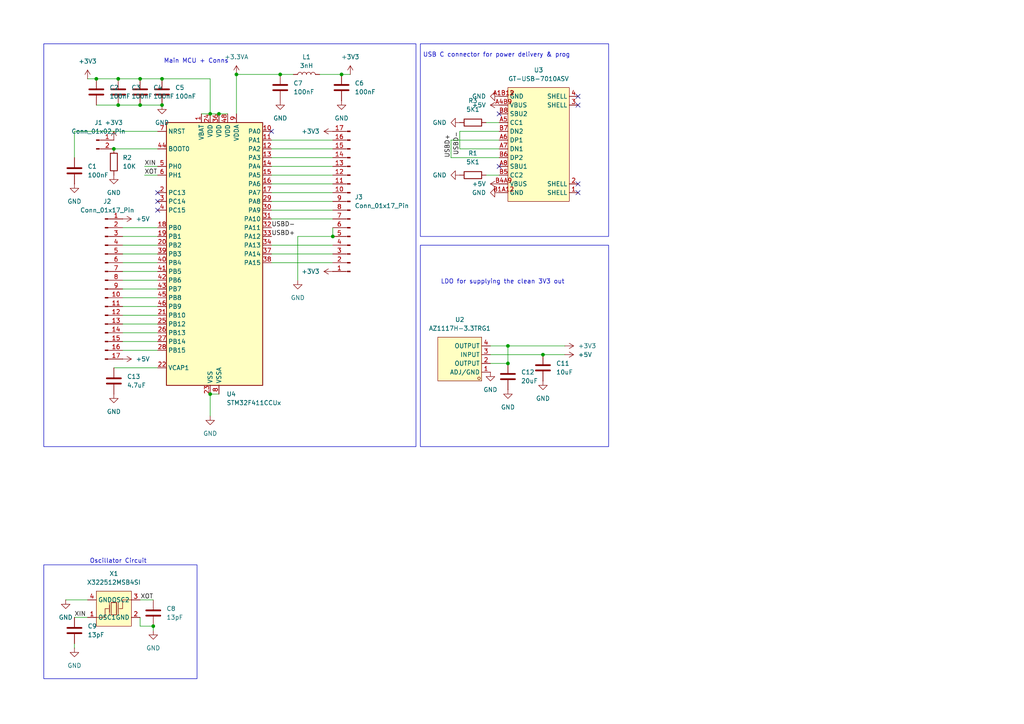
<source format=kicad_sch>
(kicad_sch (version 20231120) (generator "eeschema") (generator_version "8.0")
  (paper "A4")
  (lib_symbols
    (symbol "Connector:Conn_01x02_Pin" (pin_names (offset 1.016) hide)
      (property "Reference" "J" (at 0 2.54 0))
      (property "Value" "Conn_01x02_Pin" (at 0 -5.08 0))
      (symbol "Conn_01x02_Pin_1_1"
        (polyline (pts (xy 1.27 -2.54) (xy 0.8636 -2.54)) (stroke (width 0.1524)))
        (polyline (pts (xy 1.27 0) (xy 0.8636 0)) (stroke (width 0.1524)))
        (rectangle (start 0.8636 -2.413) (end 0 -2.667) (stroke (width 0.1524)) (fill (type outline)))
        (rectangle (start 0.8636 0.127) (end 0 -0.127) (stroke (width 0.1524)) (fill (type outline)))
        (pin passive line (at 5.08 0 180) (length 3.81) (name "Pin_1") (number "1"))
        (pin passive line (at 5.08 -2.54 180) (length 3.81) (name "Pin_2") (number "2"))
      )
    )
    (symbol "Connector:Conn_01x17_Pin" (pin_names (offset 1.016) hide)
      (property "Reference" "J" (at 0 22.86 0))
      (property "Value" "Conn_01x17_Pin" (at 0 -22.86 0))
      (symbol "Conn_01x17_Pin_1_1"
        (polyline (pts (xy 1.27 -20.32) (xy 0.8636 -20.32)) (stroke (width 0.1524)))
        (polyline (pts (xy 1.27 -17.78) (xy 0.8636 -17.78)) (stroke (width 0.1524)))
        (polyline (pts (xy 1.27 -15.24) (xy 0.8636 -15.24)) (stroke (width 0.1524)))
        (polyline (pts (xy 1.27 -12.7) (xy 0.8636 -12.7)) (stroke (width 0.1524)))
        (polyline (pts (xy 1.27 -10.16) (xy 0.8636 -10.16)) (stroke (width 0.1524)))
        (polyline (pts (xy 1.27 -7.62) (xy 0.8636 -7.62)) (stroke (width 0.1524)))
        (polyline (pts (xy 1.27 -5.08) (xy 0.8636 -5.08)) (stroke (width 0.1524)))
        (polyline (pts (xy 1.27 -2.54) (xy 0.8636 -2.54)) (stroke (width 0.1524)))
        (polyline (pts (xy 1.27 0) (xy 0.8636 0)) (stroke (width 0.1524)))
        (polyline (pts (xy 1.27 2.54) (xy 0.8636 2.54)) (stroke (width 0.1524)))
        (polyline (pts (xy 1.27 5.08) (xy 0.8636 5.08)) (stroke (width 0.1524)))
        (polyline (pts (xy 1.27 7.62) (xy 0.8636 7.62)) (stroke (width 0.1524)))
        (polyline (pts (xy 1.27 10.16) (xy 0.8636 10.16)) (stroke (width 0.1524)))
        (polyline (pts (xy 1.27 12.7) (xy 0.8636 12.7)) (stroke (width 0.1524)))
        (polyline (pts (xy 1.27 15.24) (xy 0.8636 15.24)) (stroke (width 0.1524)))
        (polyline (pts (xy 1.27 17.78) (xy 0.8636 17.78)) (stroke (width 0.1524)))
        (polyline (pts (xy 1.27 20.32) (xy 0.8636 20.32)) (stroke (width 0.1524)))
        (rectangle (start 0.8636 -20.193) (end 0 -20.447) (stroke (width 0.1524)) (fill (type outline)))
        (rectangle (start 0.8636 -17.653) (end 0 -17.907) (stroke (width 0.1524)) (fill (type outline)))
        (rectangle (start 0.8636 -15.113) (end 0 -15.367) (stroke (width 0.1524)) (fill (type outline)))
        (rectangle (start 0.8636 -12.573) (end 0 -12.827) (stroke (width 0.1524)) (fill (type outline)))
        (rectangle (start 0.8636 -10.033) (end 0 -10.287) (stroke (width 0.1524)) (fill (type outline)))
        (rectangle (start 0.8636 -7.493) (end 0 -7.747) (stroke (width 0.1524)) (fill (type outline)))
        (rectangle (start 0.8636 -4.953) (end 0 -5.207) (stroke (width 0.1524)) (fill (type outline)))
        (rectangle (start 0.8636 -2.413) (end 0 -2.667) (stroke (width 0.1524)) (fill (type outline)))
        (rectangle (start 0.8636 0.127) (end 0 -0.127) (stroke (width 0.1524)) (fill (type outline)))
        (rectangle (start 0.8636 2.667) (end 0 2.413) (stroke (width 0.1524)) (fill (type outline)))
        (rectangle (start 0.8636 5.207) (end 0 4.953) (stroke (width 0.1524)) (fill (type outline)))
        (rectangle (start 0.8636 7.747) (end 0 7.493) (stroke (width 0.1524)) (fill (type outline)))
        (rectangle (start 0.8636 10.287) (end 0 10.033) (stroke (width 0.1524)) (fill (type outline)))
        (rectangle (start 0.8636 12.827) (end 0 12.573) (stroke (width 0.1524)) (fill (type outline)))
        (rectangle (start 0.8636 15.367) (end 0 15.113) (stroke (width 0.1524)) (fill (type outline)))
        (rectangle (start 0.8636 17.907) (end 0 17.653) (stroke (width 0.1524)) (fill (type outline)))
        (rectangle (start 0.8636 20.447) (end 0 20.193) (stroke (width 0.1524)) (fill (type outline)))
        (pin passive line (at 5.08 20.32 180) (length 3.81) (name "Pin_1") (number "1"))
        (pin passive line (at 5.08 -2.54 180) (length 3.81) (name "Pin_10") (number "10"))
        (pin passive line (at 5.08 -5.08 180) (length 3.81) (name "Pin_11") (number "11"))
        (pin passive line (at 5.08 -7.62 180) (length 3.81) (name "Pin_12") (number "12"))
        (pin passive line (at 5.08 -10.16 180) (length 3.81) (name "Pin_13") (number "13"))
        (pin passive line (at 5.08 -12.7 180) (length 3.81) (name "Pin_14") (number "14"))
        (pin passive line (at 5.08 -15.24 180) (length 3.81) (name "Pin_15") (number "15"))
        (pin passive line (at 5.08 -17.78 180) (length 3.81) (name "Pin_16") (number "16"))
        (pin passive line (at 5.08 -20.32 180) (length 3.81) (name "Pin_17") (number "17"))
        (pin passive line (at 5.08 17.78 180) (length 3.81) (name "Pin_2") (number "2"))
        (pin passive line (at 5.08 15.24 180) (length 3.81) (name "Pin_3") (number "3"))
        (pin passive line (at 5.08 12.7 180) (length 3.81) (name "Pin_4") (number "4"))
        (pin passive line (at 5.08 10.16 180) (length 3.81) (name "Pin_5") (number "5"))
        (pin passive line (at 5.08 7.62 180) (length 3.81) (name "Pin_6") (number "6"))
        (pin passive line (at 5.08 5.08 180) (length 3.81) (name "Pin_7") (number "7"))
        (pin passive line (at 5.08 2.54 180) (length 3.81) (name "Pin_8") (number "8"))
        (pin passive line (at 5.08 0 180) (length 3.81) (name "Pin_9") (number "9"))
      )
    )
    (symbol "Device:C" (pin_numbers hide) (pin_names (offset 0.254))
      (property "Reference" "C" (at 0.635 2.54 0))
      (property "Value" "C" (at 0.635 -2.54 0))
      (symbol "C_0_1"
        (polyline (pts (xy -2.032 -0.762) (xy 2.032 -0.762)) (stroke (width 0.508)))
        (polyline (pts (xy -2.032 0.762) (xy 2.032 0.762)) (stroke (width 0.508)))
      )
      (symbol "C_1_1"
        (pin passive line (at 0 3.81 270) (length 2.794) (name "~") (number "1"))
        (pin passive line (at 0 -3.81 90) (length 2.794) (name "~") (number "2"))
      )
    )
    (symbol "Device:L" (pin_numbers hide) (pin_names (offset 1.016) hide)
      (property "Reference" "L" (at -1.27 0 90))
      (property "Value" "L" (at 1.905 0 90))
      (symbol "L_0_1"
        (arc (start 0 -2.54) (mid 0.6323 -1.905) (end 0 -1.27))
        (arc (start 0 -1.27) (mid 0.6323 -0.635) (end 0 0))
        (arc (start 0 0) (mid 0.6323 0.635) (end 0 1.27))
        (arc (start 0 1.27) (mid 0.6323 1.905) (end 0 2.54))
      )
      (symbol "L_1_1"
        (pin passive line (at 0 3.81 270) (length 1.27) (name "1") (number "1"))
        (pin passive line (at 0 -3.81 90) (length 1.27) (name "2") (number "2"))
      )
    )
    (symbol "Device:R" (pin_numbers hide) (pin_names (offset 0))
      (property "Reference" "R" (at 2.032 0 90))
      (property "Value" "R" (at 0 0 90))
      (symbol "R_0_1"
        (rectangle (start -1.016 -2.54) (end 1.016 2.54) (stroke (width 0.254)))
      )
      (symbol "R_1_1"
        (pin passive line (at 0 3.81 270) (length 1.27) (name "~") (number "1"))
        (pin passive line (at 0 -3.81 90) (length 1.27) (name "~") (number "2"))
      )
    )
    (symbol "MCU_ST_STM32F4:STM32F411CCUx"
      (property "Reference" "U" (at -12.7 39.37 0))
      (property "Value" "STM32F411CCUx" (at 10.16 39.37 0))
      (symbol "STM32F411CCUx_0_1"
        (rectangle (start -12.7 -38.1) (end 15.24 38.1) (stroke (width 0.254)) (fill (type background)))
      )
      (symbol "STM32F411CCUx_1_1"
        (pin power_in line (at -2.54 40.64 270) (length 2.54) (name "VBAT") (number "1"))
        (pin bidirectional line (at 17.78 35.56 180) (length 2.54) (name "PA0") (number "10"))
        (pin bidirectional line (at 17.78 33.02 180) (length 2.54) (name "PA1") (number "11"))
        (pin bidirectional line (at 17.78 30.48 180) (length 2.54) (name "PA2") (number "12"))
        (pin bidirectional line (at 17.78 27.94 180) (length 2.54) (name "PA3") (number "13"))
        (pin bidirectional line (at 17.78 25.4 180) (length 2.54) (name "PA4") (number "14"))
        (pin bidirectional line (at 17.78 22.86 180) (length 2.54) (name "PA5") (number "15"))
        (pin bidirectional line (at 17.78 20.32 180) (length 2.54) (name "PA6") (number "16"))
        (pin bidirectional line (at 17.78 17.78 180) (length 2.54) (name "PA7") (number "17"))
        (pin bidirectional line (at -15.24 7.62 0) (length 2.54) (name "PB0") (number "18"))
        (pin bidirectional line (at -15.24 5.08 0) (length 2.54) (name "PB1") (number "19"))
        (pin bidirectional line (at -15.24 17.78 0) (length 2.54) (name "PC13") (number "2"))
        (pin bidirectional line (at -15.24 2.54 0) (length 2.54) (name "PB2") (number "20"))
        (pin bidirectional line (at -15.24 -17.78 0) (length 2.54) (name "PB10") (number "21"))
        (pin power_out line (at -15.24 -33.02 0) (length 2.54) (name "VCAP1") (number "22"))
        (pin power_in line (at 0 -40.64 90) (length 2.54) (name "VSS") (number "23"))
        (pin power_in line (at 0 40.64 270) (length 2.54) (name "VDD") (number "24"))
        (pin bidirectional line (at -15.24 -20.32 0) (length 2.54) (name "PB12") (number "25"))
        (pin bidirectional line (at -15.24 -22.86 0) (length 2.54) (name "PB13") (number "26"))
        (pin bidirectional line (at -15.24 -25.4 0) (length 2.54) (name "PB14") (number "27"))
        (pin bidirectional line (at -15.24 -27.94 0) (length 2.54) (name "PB15") (number "28"))
        (pin bidirectional line (at 17.78 15.24 180) (length 2.54) (name "PA8") (number "29"))
        (pin bidirectional line (at -15.24 15.24 0) (length 2.54) (name "PC14") (number "3"))
        (pin bidirectional line (at 17.78 12.7 180) (length 2.54) (name "PA9") (number "30"))
        (pin bidirectional line (at 17.78 10.16 180) (length 2.54) (name "PA10") (number "31"))
        (pin bidirectional line (at 17.78 7.62 180) (length 2.54) (name "PA11") (number "32"))
        (pin bidirectional line (at 17.78 5.08 180) (length 2.54) (name "PA12") (number "33"))
        (pin bidirectional line (at 17.78 2.54 180) (length 2.54) (name "PA13") (number "34"))
        (pin passive line (at 0 -40.64 90) (length 2.54) hide (name "VSS") (number "35"))
        (pin power_in line (at 2.54 40.64 270) (length 2.54) (name "VDD") (number "36"))
        (pin bidirectional line (at 17.78 0 180) (length 2.54) (name "PA14") (number "37"))
        (pin bidirectional line (at 17.78 -2.54 180) (length 2.54) (name "PA15") (number "38"))
        (pin bidirectional line (at -15.24 0 0) (length 2.54) (name "PB3") (number "39"))
        (pin bidirectional line (at -15.24 12.7 0) (length 2.54) (name "PC15") (number "4"))
        (pin bidirectional line (at -15.24 -2.54 0) (length 2.54) (name "PB4") (number "40"))
        (pin bidirectional line (at -15.24 -5.08 0) (length 2.54) (name "PB5") (number "41"))
        (pin bidirectional line (at -15.24 -7.62 0) (length 2.54) (name "PB6") (number "42"))
        (pin bidirectional line (at -15.24 -10.16 0) (length 2.54) (name "PB7") (number "43"))
        (pin input line (at -15.24 30.48 0) (length 2.54) (name "BOOT0") (number "44"))
        (pin bidirectional line (at -15.24 -12.7 0) (length 2.54) (name "PB8") (number "45"))
        (pin bidirectional line (at -15.24 -15.24 0) (length 2.54) (name "PB9") (number "46"))
        (pin passive line (at 0 -40.64 90) (length 2.54) hide (name "VSS") (number "47"))
        (pin power_in line (at 5.08 40.64 270) (length 2.54) (name "VDD") (number "48"))
        (pin passive line (at 0 -40.64 90) (length 2.54) hide (name "VSS") (number "49"))
        (pin bidirectional line (at -15.24 25.4 0) (length 2.54) (name "PH0") (number "5"))
        (pin bidirectional line (at -15.24 22.86 0) (length 2.54) (name "PH1") (number "6"))
        (pin input line (at -15.24 35.56 0) (length 2.54) (name "NRST") (number "7"))
        (pin power_in line (at 2.54 -40.64 90) (length 2.54) (name "VSSA") (number "8"))
        (pin power_in line (at 7.62 40.64 270) (length 2.54) (name "VDDA") (number "9"))
      )
    )
    (symbol "az1117:AZ1117H-3.3TRG1"
      (property "Reference" "U" (at 0 8.89 0))
      (property "Value" "AZ1117H-3.3TRG1" (at 0 -8.89 0))
      (symbol "AZ1117H-3.3TRG1_0_1"
        (rectangle (start -5.08 6.35) (end 7.62 -6.35) (fill (type background)))
        (circle (center -4.32 5.59) (radius 0.38))
        (pin unspecified line (at -7.62 3.81 0) (length 2.54) (name "ADJ/GND") (number "1"))
        (pin unspecified line (at -7.62 1.27 0) (length 2.54) (name "OUTPUT") (number "2"))
        (pin unspecified line (at -7.62 -1.27 0) (length 2.54) (name "INPUT") (number "3"))
        (pin unspecified line (at -7.62 -3.81 0) (length 2.54) (name "OUTPUT") (number "4"))
      )
    )
    (symbol "gt-usb-7010:GT-USB-7010ASV"
      (property "Reference" "U" (at 0 20.32 0))
      (property "Value" "GT-USB-7010ASV" (at 0 -17.78 0))
      (symbol "GT-USB-7010ASV_0_1"
        (rectangle (start -10.16 17.78) (end 7.62 -15.24) (fill (type background)))
        (circle (center -8.89 16.51) (radius 0.38))
        (pin unspecified line (at 10.16 -12.7 180) (length 2.54) (name "SHELL") (number "1"))
        (pin unspecified line (at 10.16 -10.16 180) (length 2.54) (name "SHELL") (number "2"))
        (pin unspecified line (at 10.16 12.7 180) (length 2.54) (name "SHELL") (number "3"))
        (pin unspecified line (at 10.16 15.24 180) (length 2.54) (name "SHELL") (number "4"))
        (pin unspecified line (at -12.7 15.24 0) (length 2.54) (name "GND") (number "A1B12"))
        (pin unspecified line (at -12.7 12.7 0) (length 2.54) (name "VBUS") (number "A4B9"))
        (pin unspecified line (at -12.7 7.62 0) (length 2.54) (name "CC1") (number "A5"))
        (pin unspecified line (at -12.7 2.54 0) (length 2.54) (name "DP1") (number "A6"))
        (pin unspecified line (at -12.7 0 0) (length 2.54) (name "DN1") (number "A7"))
        (pin unspecified line (at -12.7 -5.08 0) (length 2.54) (name "SBU1") (number "A8"))
        (pin unspecified line (at -12.7 -12.7 0) (length 2.54) (name "GND") (number "B1A12"))
        (pin unspecified line (at -12.7 -10.16 0) (length 2.54) (name "VBUS") (number "B4A9"))
        (pin unspecified line (at -12.7 -7.62 0) (length 2.54) (name "CC2") (number "B5"))
        (pin unspecified line (at -12.7 -2.54 0) (length 2.54) (name "DP2") (number "B6"))
        (pin unspecified line (at -12.7 5.08 0) (length 2.54) (name "DN2") (number "B7"))
        (pin unspecified line (at -12.7 10.16 0) (length 2.54) (name "SBU2") (number "B8"))
      )
    )
    (symbol "power:+3.3VA" (power) (pin_numbers hide) (pin_names (offset 0) hide)
      (property "Value" "+3.3VA" (at 0 3.556 0))
      (symbol "+3.3VA_0_1"
        (polyline (pts (xy -0.762 1.27) (xy 0 2.54)))
        (polyline (pts (xy 0 0) (xy 0 2.54)))
        (polyline (pts (xy 0 2.54) (xy 0.762 1.27)))
      )
      (symbol "+3.3VA_1_1"
        (pin power_in line (at 0 0 90) (length 0) (name "~") (number "1"))
      )
    )
    (symbol "power:+3V3" (power) (pin_numbers hide) (pin_names (offset 0) hide)
      (property "Value" "+3V3" (at 0 3.556 0))
      (symbol "+3V3_0_1"
        (polyline (pts (xy -0.762 1.27) (xy 0 2.54)))
        (polyline (pts (xy 0 0) (xy 0 2.54)))
        (polyline (pts (xy 0 2.54) (xy 0.762 1.27)))
      )
      (symbol "+3V3_1_1"
        (pin power_in line (at 0 0 90) (length 0) (name "~") (number "1"))
      )
    )
    (symbol "power:+5V" (power) (pin_numbers hide) (pin_names (offset 0) hide)
      (property "Value" "+5V" (at 0 3.556 0))
      (symbol "+5V_0_1"
        (polyline (pts (xy -0.762 1.27) (xy 0 2.54)))
        (polyline (pts (xy 0 0) (xy 0 2.54)))
        (polyline (pts (xy 0 2.54) (xy 0.762 1.27)))
      )
      (symbol "+5V_1_1"
        (pin power_in line (at 0 0 90) (length 0) (name "~") (number "1"))
      )
    )
    (symbol "power:GND" (power) (pin_numbers hide) (pin_names (offset 0) hide)
      (property "Value" "GND" (at 0 -3.81 0))
      (symbol "GND_0_1"
        (polyline (pts (xy 0 0) (xy 0 -1.27) (xy 1.27 -1.27) (xy 0 -2.54) (xy -1.27 -1.27) (xy 0 -1.27)))
      )
      (symbol "GND_1_1"
        (pin power_in line (at 0 0 270) (length 0) (name "~") (number "1"))
      )
    )
    (symbol "x32:X322512MSB4SI"
      (property "Reference" "X" (at 0 7.62 0))
      (property "Value" "X322512MSB4SI" (at 0 -7.62 0))
      (symbol "X322512MSB4SI_0_1"
        (rectangle (start -5.08 5.08) (end 5.08 -5.08) (fill (type background)))
        (polyline (pts (xy -1.27 -1.78) (xy -1.27 1.78)))
        (polyline (pts (xy -1.27 -1.02) (xy -1.27 1.02)))
        (polyline (pts (xy 0.76 -1.78) (xy -0.76 -1.78)))
        (polyline (pts (xy 1.27 -1.78) (xy 1.27 1.78)))
        (polyline (pts (xy 1.27 -1.02) (xy 1.27 1.02)))
        (polyline (pts (xy -5.08 -2.54) (xy -2.54 -2.54) (xy -2.54 0) (xy -1.52 0)))
        (polyline (pts (xy -0.76 -1.78) (xy -0.76 1.78) (xy 0.76 1.78) (xy 0.76 -1.78)))
        (polyline (pts (xy 5.08 2.54) (xy 2.54 2.54) (xy 2.54 0) (xy 1.52 0)))
        (polyline (pts (xy 0.76 1.78) (xy 0.76 -1.78) (xy -0.76 -1.78) (xy -0.76 1.78) (xy 0.76 1.78)) (fill (type background)))
        (pin unspecified line (at -7.62 -2.54 0) (length 2.54) (name "OSC1") (number "1"))
        (pin unspecified line (at 7.62 -2.54 180) (length 2.54) (name "GND") (number "2"))
        (pin unspecified line (at 7.62 2.54 180) (length 2.54) (name "OSC2") (number "3"))
        (pin unspecified line (at -7.62 2.54 0) (length 2.54) (name "GND") (number "4"))
      )
    )
  )
  (junction (at 46.99 30.48))
  (junction (at 157.48 102.87))
  (junction (at 81.28 21.59))
  (junction (at 34.29 22.86))
  (junction (at 68.58 21.59))
  (junction (at 44.45 181.61))
  (junction (at 40.64 30.48))
  (junction (at 99.06 21.59))
  (junction (at 60.96 33.02))
  (junction (at 147.32 100.33))
  (junction (at 34.29 30.48))
  (junction (at 147.32 105.41))
  (junction (at 40.64 22.86))
  (junction (at 96.52 68.58))
  (junction (at 46.99 22.86))
  (junction (at 33.02 43.18))
  (junction (at 60.96 114.3))
  (junction (at 63.5 33.02))
  (junction (at 27.94 22.86))
  (no_connect (at 144.78 48.26))
  (no_connect (at 167.64 27.94))
  (no_connect (at 144.78 33.02))
  (no_connect (at 167.64 30.48))
  (no_connect (at 78.74 38.1))
  (no_connect (at 45.72 55.88))
  (no_connect (at 45.72 60.96))
  (no_connect (at 45.72 58.42))
  (no_connect (at 167.64 53.34))
  (no_connect (at 167.64 55.88))
  (wire (pts (xy 60.96 33.02) (xy 60.96 22.86)))
  (wire (pts (xy 44.45 182.88) (xy 44.45 181.61)))
  (wire (pts (xy 96.52 58.42) (xy 78.74 58.42)))
  (wire (pts (xy 35.56 86.36) (xy 45.72 86.36)))
  (wire (pts (xy 35.56 68.58) (xy 45.72 68.58)))
  (wire (pts (xy 133.35 38.1) (xy 144.78 38.1)))
  (wire (pts (xy 40.64 179.07) (xy 40.64 181.61)))
  (wire (pts (xy 96.52 71.12) (xy 78.74 71.12)))
  (wire (pts (xy 44.45 173.99) (xy 40.64 173.99)))
  (wire (pts (xy 96.52 73.66) (xy 78.74 73.66)))
  (wire (pts (xy 60.96 33.02) (xy 63.5 33.02)))
  (wire (pts (xy 35.56 78.74) (xy 45.72 78.74)))
  (wire (pts (xy 35.56 83.82) (xy 45.72 83.82)))
  (wire (pts (xy 25.4 22.86) (xy 27.94 22.86)))
  (wire (pts (xy 35.56 96.52) (xy 45.72 96.52)))
  (wire (pts (xy 35.56 73.66) (xy 45.72 73.66)))
  (wire (pts (xy 40.64 181.61) (xy 44.45 181.61)))
  (wire (pts (xy 68.58 33.02) (xy 68.58 21.59)))
  (wire (pts (xy 45.72 38.1) (xy 21.59 38.1)))
  (wire (pts (xy 60.96 22.86) (xy 46.99 22.86)))
  (wire (pts (xy 35.56 76.2) (xy 45.72 76.2)))
  (wire (pts (xy 41.91 50.8) (xy 45.72 50.8)))
  (wire (pts (xy 96.52 45.72) (xy 78.74 45.72)))
  (wire (pts (xy 35.56 88.9) (xy 45.72 88.9)))
  (wire (pts (xy 96.52 63.5) (xy 78.74 63.5)))
  (wire (pts (xy 96.52 66.04) (xy 96.52 68.58)))
  (wire (pts (xy 130.81 45.72) (xy 144.78 45.72)))
  (wire (pts (xy 41.91 48.26) (xy 45.72 48.26)))
  (wire (pts (xy 35.56 81.28) (xy 45.72 81.28)))
  (wire (pts (xy 68.58 21.59) (xy 81.28 21.59)))
  (wire (pts (xy 96.52 60.96) (xy 78.74 60.96)))
  (wire (pts (xy 33.02 43.18) (xy 45.72 43.18)))
  (wire (pts (xy 34.29 30.48) (xy 40.64 30.48)))
  (wire (pts (xy 92.71 21.59) (xy 99.06 21.59)))
  (wire (pts (xy 46.99 30.48) (xy 40.64 30.48)))
  (wire (pts (xy 133.35 43.18) (xy 133.35 38.1)))
  (wire (pts (xy 142.24 100.33) (xy 147.32 100.33)))
  (wire (pts (xy 81.28 21.59) (xy 85.09 21.59)))
  (wire (pts (xy 96.52 48.26) (xy 78.74 48.26)))
  (wire (pts (xy 35.56 71.12) (xy 45.72 71.12)))
  (wire (pts (xy 33.02 106.68) (xy 45.72 106.68)))
  (wire (pts (xy 96.52 55.88) (xy 78.74 55.88)))
  (wire (pts (xy 96.52 76.2) (xy 78.74 76.2)))
  (wire (pts (xy 35.56 101.6) (xy 45.72 101.6)))
  (wire (pts (xy 19.05 173.99) (xy 25.4 173.99)))
  (wire (pts (xy 21.59 179.07) (xy 25.4 179.07)))
  (wire (pts (xy 60.96 114.3) (xy 60.96 120.65)))
  (wire (pts (xy 99.06 21.59) (xy 101.6 21.59)))
  (wire (pts (xy 27.94 22.86) (xy 34.29 22.86)))
  (wire (pts (xy 142.24 102.87) (xy 157.48 102.87)))
  (wire (pts (xy 147.32 100.33) (xy 147.32 105.41)))
  (wire (pts (xy 35.56 91.44) (xy 45.72 91.44)))
  (wire (pts (xy 163.83 100.33) (xy 147.32 100.33)))
  (wire (pts (xy 60.96 114.3) (xy 63.5 114.3)))
  (wire (pts (xy 96.52 40.64) (xy 78.74 40.64)))
  (wire (pts (xy 142.24 105.41) (xy 147.32 105.41)))
  (wire (pts (xy 96.52 53.34) (xy 78.74 53.34)))
  (wire (pts (xy 27.94 30.48) (xy 34.29 30.48)))
  (wire (pts (xy 40.64 22.86) (xy 46.99 22.86)))
  (wire (pts (xy 96.52 68.58) (xy 86.36 68.58)))
  (wire (pts (xy 35.56 99.06) (xy 45.72 99.06)))
  (wire (pts (xy 35.56 93.98) (xy 45.72 93.98)))
  (wire (pts (xy 144.78 43.18) (xy 133.35 43.18)))
  (wire (pts (xy 34.29 22.86) (xy 40.64 22.86)))
  (wire (pts (xy 140.97 35.56) (xy 144.78 35.56)))
  (wire (pts (xy 96.52 50.8) (xy 78.74 50.8)))
  (wire (pts (xy 144.78 40.64) (xy 130.81 40.64)))
  (wire (pts (xy 63.5 33.02) (xy 66.04 33.02)))
  (wire (pts (xy 140.97 50.8) (xy 144.78 50.8)))
  (wire (pts (xy 157.48 102.87) (xy 163.83 102.87)))
  (wire (pts (xy 86.36 68.58) (xy 86.36 81.28)))
  (wire (pts (xy 96.52 43.18) (xy 78.74 43.18)))
  (wire (pts (xy 130.81 40.64) (xy 130.81 45.72)))
  (wire (pts (xy 35.56 66.04) (xy 45.72 66.04)))
  (wire (pts (xy 58.42 33.02) (xy 60.96 33.02)))
  (wire (pts (xy 21.59 187.96) (xy 21.59 186.69)))
  (wire (pts (xy 21.59 38.1) (xy 21.59 45.72)))
  (rectangle (start 121.92 12.7) (end 176.53 68.58))
  (rectangle (start 12.7 12.7) (end 120.65 129.54))
  (rectangle (start 121.92 71.12) (end 176.53 129.54))
  (rectangle (start 12.7 163.83) (end 57.15 196.85))
  (text "Main MCU + Conns\n" (at 56.896 17.78 0) (effects (font (size 1.27 1.27))))
  (text "LDO for supplying the clean 3V3 out\n" (at 145.796 81.788 0) (effects (font (size 1.27 1.27))))
  (text "Oscillator Circuit\n" (at 34.29 162.814 0) (effects (font (size 1.27 1.27))))
  (text "USB C connector for power delivery & prog" (at 144.018 16.002 0) (effects (font (size 1.27 1.27))))
  (label "XIN" (at 41.91 48.26 0))
  (label "USBD+" (at 78.74 68.58 0))
  (label "USBD-" (at 78.74 66.04 0))
  (label "XOT" (at 41.91 50.8 0))
  (label "USBD+" (at 130.81 45.72 90))
  (label "XIN" (at 21.59 179.07 0))
  (label "USBD-" (at 133.35 38.1 270))
  (label "XOT" (at 44.45 173.99 180))
  (symbol (lib_id "power:+3V3") (at 25.4 22.86 0) (unit 1)
    (property "Reference" "#PWR03" (effects (hide yes)))
    (property "Value" "+3V3" (at 25.4 17.78 0))
    (property "Description" "Power symbol creates a global label with name \"+3V3\"" (effects (hide yes)))
  )
  (symbol (lib_id "Connector:Conn_01x02_Pin") (at 27.94 40.64 0) (unit 1)
    (property "Reference" "J1" (at 28.575 35.56 0))
    (property "Value" "Conn_01x02_Pin" (at 28.575 38.1 0))
    (property "Footprint" "Connector_PinHeader_2.54mm:PinHeader_1x02_P2.54mm_Vertical" (effects (hide yes)))
    (property "Description" "Generic connector, single row, 01x02, script generated" (effects (hide yes)))
  )
  (symbol (lib_id "Device:R") (at 33.02 46.99 0) (unit 1)
    (property "Reference" "R2" (at 35.56 45.7199 0) (effects (justify left)))
    (property "Value" "10K" (at 35.56 48.2599 0) (effects (justify left)))
    (property "Footprint" "Resistor_SMD:R_0603_1608Metric" (effects (hide yes)))
    (property "Description" "Resistor" (effects (hide yes)))
  )
  (symbol (lib_id "Connector:Conn_01x17_Pin") (at 30.48 83.82 0) (unit 1)
    (property "Reference" "J2" (at 31.115 58.42 0))
    (property "Value" "Conn_01x17_Pin" (at 31.115 60.96 0))
    (property "Footprint" "Connector_PinHeader_2.54mm:PinHeader_1x17_P2.54mm_Vertical" (effects (hide yes)))
    (property "Description" "Generic connector, single row, 01x17, script generated" (effects (hide yes)))
  )
  (symbol (lib_id "Device:C") (at 46.99 26.67 0) (unit 1)
    (property "Reference" "C5" (at 50.8 25.3999 0) (effects (justify left)))
    (property "Value" "100nF" (at 50.8 27.9399 0) (effects (justify left)))
    (property "Footprint" "Capacitor_SMD:C_0402_1005Metric" (effects (hide yes)))
    (property "Description" "Unpolarized capacitor" (effects (hide yes)))
  )
  (symbol (lib_id "power:GND") (at 133.35 50.8 270) (unit 1)
    (property "Reference" "#PWR031" (effects (hide yes)))
    (property "Value" "GND" (at 129.54 50.7999 90) (effects (justify right)))
    (property "Description" "Power symbol creates a global label with name \"GND\" , ground" (effects (hide yes)))
  )
  (symbol (lib_id "power:+5V") (at 35.56 63.5 270) (unit 1)
    (property "Reference" "#PWR016" (effects (hide yes)))
    (property "Value" "+5V" (at 39.37 63.4999 90) (effects (justify left)))
    (property "Description" "Power symbol creates a global label with name \"+5V\"" (effects (hide yes)))
  )
  (symbol (lib_id "power:+5V") (at 163.83 102.87 270) (unit 1)
    (property "Reference" "#PWR022" (effects (hide yes)))
    (property "Value" "+5V" (at 167.64 102.8699 90) (effects (justify left)))
    (property "Description" "Power symbol creates a global label with name \"+5V\"" (effects (hide yes)))
  )
  (symbol (lib_id "Device:C") (at 33.02 110.49 0) (unit 1)
    (property "Reference" "C13" (at 36.83 109.2199 0) (effects (justify left)))
    (property "Value" "4.7uF" (at 36.83 111.7599 0) (effects (justify left)))
    (property "Footprint" "Capacitor_SMD:C_0402_1005Metric" (effects (hide yes)))
    (property "Description" "Unpolarized capacitor" (effects (hide yes)))
  )
  (symbol (lib_id "power:GND") (at 86.36 81.28 0) (unit 1)
    (property "Reference" "#PWR018" (effects (hide yes)))
    (property "Value" "GND" (at 86.36 86.36 0))
    (property "Description" "Power symbol creates a global label with name \"GND\" , ground" (effects (hide yes)))
  )
  (symbol (lib_id "power:+5V") (at 144.78 30.48 90) (unit 1)
    (property "Reference" "#PWR035" (effects (hide yes)))
    (property "Value" "+5V" (at 140.97 30.4799 90) (effects (justify left)))
    (property "Description" "Power symbol creates a global label with name \"+5V\"" (effects (hide yes)))
  )
  (symbol (lib_id "power:GND") (at 133.35 35.56 270) (unit 1)
    (property "Reference" "#PWR030" (effects (hide yes)))
    (property "Value" "GND" (at 129.54 35.5599 90) (effects (justify right)))
    (property "Description" "Power symbol creates a global label with name \"GND\" , ground" (effects (hide yes)))
  )
  (symbol (lib_id "Device:C") (at 99.06 25.4 0) (unit 1)
    (property "Reference" "C6" (at 102.87 24.1299 0) (effects (justify left)))
    (property "Value" "100nF" (at 102.87 26.6699 0) (effects (justify left)))
    (property "Footprint" "Capacitor_SMD:C_0402_1005Metric" (effects (hide yes)))
    (property "Description" "Unpolarized capacitor" (effects (hide yes)))
  )
  (symbol (lib_id "power:+3V3") (at 33.02 40.64 0) (unit 1)
    (property "Reference" "#PWR02" (effects (hide yes)))
    (property "Value" "+3V3" (at 33.02 35.56 0))
    (property "Description" "Power symbol creates a global label with name \"+3V3\"" (effects (hide yes)))
  )
  (symbol (lib_id "Device:C") (at 44.45 177.8 0) (unit 1)
    (property "Reference" "C8" (at 48.26 176.5299 0) (effects (justify left)))
    (property "Value" "13pF" (at 48.26 179.0699 0) (effects (justify left)))
    (property "Footprint" "Capacitor_SMD:C_0402_1005Metric" (effects (hide yes)))
    (property "Description" "Unpolarized capacitor" (effects (hide yes)))
  )
  (symbol (lib_id "power:GND") (at 142.24 107.95 0) (unit 1)
    (property "Reference" "#PWR024" (effects (hide yes)))
    (property "Value" "GND" (at 142.24 113.03 0))
    (property "Description" "Power symbol creates a global label with name \"GND\" , ground" (effects (hide yes)))
  )
  (symbol (lib_id "MCU_ST_STM32F4:STM32F411CCUx") (at 60.96 73.66 0) (unit 1)
    (property "Reference" "U4" (at 65.6941 114.3 0) (effects (justify left)))
    (property "Value" "STM32F411CCUx" (at 65.6941 116.84 0) (effects (justify left)))
    (property "Footprint" "Package_DFN_QFN:QFN-48-1EP_7x7mm_P0.5mm_EP5.6x5.6mm" (effects (hide yes)))
    (property "Datasheet" "https://www.st.com/resource/en/datasheet/stm32f411cc.pdf" (effects (hide yes)))
    (property "Description" "STMicroelectronics Arm Cortex-M4 MCU, 256KB flash, 128KB RAM, 100 MHz, 1.7-3.6V, 36 GPIO, UFQFPN48" (effects (hide yes)))
  )
  (symbol (lib_id "power:+3.3VA") (at 68.58 21.59 0) (unit 1)
    (property "Reference" "#PWR09" (effects (hide yes)))
    (property "Value" "+3.3VA" (at 68.58 16.51 0))
    (property "Description" "Power symbol creates a global label with name \"+3.3VA\"" (effects (hide yes)))
  )
  (symbol (lib_id "power:GND") (at 60.96 120.65 0) (unit 1)
    (property "Reference" "#PWR013" (effects (hide yes)))
    (property "Value" "GND" (at 60.96 125.73 0))
    (property "Description" "Power symbol creates a global label with name \"GND\" , ground" (effects (hide yes)))
  )
  (symbol (lib_id "Device:C") (at 40.64 26.67 0) (unit 1)
    (property "Reference" "C4" (at 44.45 25.3999 0) (effects (justify left)))
    (property "Value" "100nF" (at 44.45 27.9399 0) (effects (justify left)))
    (property "Footprint" "Capacitor_SMD:C_0402_1005Metric" (effects (hide yes)))
    (property "Description" "Unpolarized capacitor" (effects (hide yes)))
  )
  (symbol (lib_id "power:+3V3") (at 96.52 78.74 90) (unit 1)
    (property "Reference" "#PWR020" (effects (hide yes)))
    (property "Value" "+3V3" (at 92.71 78.7399 90) (effects (justify left)))
    (property "Description" "Power symbol creates a global label with name \"+3V3\"" (effects (hide yes)))
  )
  (symbol (lib_id "Device:C") (at 21.59 49.53 0) (unit 1)
    (property "Reference" "C1" (at 25.4 48.2599 0) (effects (justify left)))
    (property "Value" "100nF" (at 25.4 50.7999 0) (effects (justify left)))
    (property "Footprint" "Capacitor_SMD:C_0402_1005Metric" (effects (hide yes)))
    (property "Description" "Unpolarized capacitor" (effects (hide yes)))
  )
  (symbol (lib_id "x32:X322512MSB4SI") (at 33.02 176.53 0) (unit 1)
    (property "Reference" "X1" (at 33.02 166.37 0))
    (property "Value" "X322512MSB4SI" (at 33.02 168.91 0))
    (property "Footprint" "x32:CRYSTAL-SMD_4P-L3.2-W2.5-BL" (effects (hide yes)))
    (property "Datasheet" "https://lcsc.com/product-detail/SMD-Crystals_YSX321SL-12MHZ-20PF-10PPM-40-85_C9002.html" (effects (hide yes)))
    (property "LCSC Part" "C9002" (effects (hide yes)))
  )
  (symbol (lib_id "power:GND") (at 46.99 30.48 0) (unit 1)
    (property "Reference" "#PWR07" (effects (hide yes)))
    (property "Value" "GND" (at 46.99 35.56 0))
    (property "Description" "Power symbol creates a global label with name \"GND\" , ground" (effects (hide yes)))
  )
  (symbol (lib_id "Connector:Conn_01x17_Pin") (at 101.6 58.42 180) (unit 1)
    (property "Reference" "J3" (at 102.87 57.1499 0) (effects (justify right)))
    (property "Value" "Conn_01x17_Pin" (at 102.87 59.6899 0) (effects (justify right)))
    (property "Footprint" "Connector_PinHeader_2.54mm:PinHeader_1x17_P2.54mm_Vertical" (effects (hide yes)))
    (property "Description" "Generic connector, single row, 01x17, script generated" (effects (hide yes)))
  )
  (symbol (lib_id "power:+3V3") (at 163.83 100.33 270) (unit 1)
    (property "Reference" "#PWR028" (effects (hide yes)))
    (property "Value" "+3V3" (at 167.64 100.3299 90) (effects (justify left)))
    (property "Description" "Power symbol creates a global label with name \"+3V3\"" (effects (hide yes)))
  )
  (symbol (lib_id "power:GND") (at 144.78 55.88 270) (unit 1)
    (property "Reference" "#PWR033" (effects (hide yes)))
    (property "Value" "GND" (at 140.97 55.8799 90) (effects (justify right)))
    (property "Description" "Power symbol creates a global label with name \"GND\" , ground" (effects (hide yes)))
  )
  (symbol (lib_id "Device:C") (at 21.59 182.88 0) (unit 1)
    (property "Reference" "C9" (at 25.4 181.6099 0) (effects (justify left)))
    (property "Value" "13pF" (at 25.4 184.1499 0) (effects (justify left)))
    (property "Footprint" "Capacitor_SMD:C_0402_1005Metric" (effects (hide yes)))
    (property "Description" "Unpolarized capacitor" (effects (hide yes)))
  )
  (symbol (lib_id "Device:C") (at 81.28 25.4 0) (unit 1)
    (property "Reference" "C7" (at 85.09 24.1299 0) (effects (justify left)))
    (property "Value" "100nF" (at 85.09 26.6699 0) (effects (justify left)))
    (property "Footprint" "Capacitor_SMD:C_0402_1005Metric" (effects (hide yes)))
    (property "Description" "Unpolarized capacitor" (effects (hide yes)))
  )
  (symbol (lib_id "power:GND") (at 44.45 182.88 0) (unit 1)
    (property "Reference" "#PWR011" (effects (hide yes)))
    (property "Value" "GND" (at 44.45 187.96 0))
    (property "Description" "Power symbol creates a global label with name \"GND\" , ground" (effects (hide yes)))
  )
  (symbol (lib_id "Device:C") (at 147.32 109.22 0) (unit 1)
    (property "Reference" "C12" (at 151.13 107.9499 0) (effects (justify left)))
    (property "Value" "20uF" (at 151.13 110.4899 0) (effects (justify left)))
    (property "Footprint" "Capacitor_SMD:C_0402_1005Metric" (effects (hide yes)))
    (property "Description" "Unpolarized capacitor" (effects (hide yes)))
  )
  (symbol (lib_id "az1117:AZ1117H-3.3TRG1") (at 134.62 104.14 180) (unit 1)
    (property "Reference" "U2" (at 133.35 92.71 0))
    (property "Value" "AZ1117H-3.3TRG1" (at 133.35 95.25 0))
    (property "Footprint" "az1117:SOT-223-3_L6.5-W3.4-P2.30-LS7.0-BR" (effects (hide yes)))
    (property "Datasheet" "https://lcsc.com/product-detail/Low-Dropout-Regulators-LDO_DIODES_AZ1117H-3-3TRG1_AZ1117H-3-3TRG1_C110474.html" (effects (hide yes)))
    (property "LCSC Part" "C110474" (effects (hide yes)))
  )
  (symbol (lib_id "power:GND") (at 33.02 114.3 0) (unit 1)
    (property "Reference" "#PWR029" (effects (hide yes)))
    (property "Value" "GND" (at 33.02 119.38 0))
    (property "Description" "Power symbol creates a global label with name \"GND\" , ground" (effects (hide yes)))
  )
  (symbol (lib_id "gt-usb-7010:GT-USB-7010ASV") (at 157.48 43.18 0) (unit 1)
    (property "Reference" "U3" (at 156.21 20.32 0))
    (property "Value" "GT-USB-7010ASV" (at 156.21 22.86 0))
    (property "Footprint" "gt-usb-7010:USB-C-SMD_G-SWITCH_GT-USB-7010ASV" (effects (hide yes)))
    (property "LCSC Part" "C2988369" (effects (hide yes)))
  )
  (symbol (lib_id "power:GND") (at 33.02 50.8 0) (unit 1)
    (property "Reference" "#PWR08" (effects (hide yes)))
    (property "Value" "GND" (at 33.02 55.88 0))
    (property "Description" "Power symbol creates a global label with name \"GND\" , ground" (effects (hide yes)))
  )
  (symbol (lib_id "Device:L") (at 88.9 21.59 90) (unit 1)
    (property "Reference" "L1" (at 88.9 16.51 90))
    (property "Value" "3nH" (at 88.9 19.05 90))
    (property "Footprint" "Inductor_SMD:L_0603_1608Metric" (effects (hide yes)))
    (property "Description" "Inductor" (effects (hide yes)))
  )
  (symbol (lib_id "Device:R") (at 137.16 35.56 270) (unit 1)
    (property "Reference" "R3" (at 137.16 29.21 90))
    (property "Value" "5K1" (at 137.16 31.75 90))
    (property "Footprint" "Resistor_SMD:R_0603_1608Metric" (effects (hide yes)))
    (property "Description" "Resistor" (effects (hide yes)))
  )
  (symbol (lib_id "Device:C") (at 34.29 26.67 0) (unit 1)
    (property "Reference" "C3" (at 38.1 25.3999 0) (effects (justify left)))
    (property "Value" "100nF" (at 38.1 27.9399 0) (effects (justify left)))
    (property "Footprint" "Capacitor_SMD:C_0402_1005Metric" (effects (hide yes)))
    (property "Description" "Unpolarized capacitor" (effects (hide yes)))
  )
  (symbol (lib_id "power:GND") (at 21.59 53.34 0) (unit 1)
    (property "Reference" "#PWR01" (effects (hide yes)))
    (property "Value" "GND" (at 21.59 58.42 0))
    (property "Description" "Power symbol creates a global label with name \"GND\" , ground" (effects (hide yes)))
  )
  (symbol (lib_id "power:GND") (at 19.05 173.99 0) (unit 1)
    (property "Reference" "#PWR010" (effects (hide yes)))
    (property "Value" "GND" (at 19.05 179.07 0))
    (property "Description" "Power symbol creates a global label with name \"GND\" , ground" (effects (hide yes)))
  )
  (symbol (lib_id "power:+5V") (at 35.56 104.14 270) (unit 1)
    (property "Reference" "#PWR021" (effects (hide yes)))
    (property "Value" "+5V" (at 39.37 104.1399 90) (effects (justify left)))
    (property "Description" "Power symbol creates a global label with name \"+5V\"" (effects (hide yes)))
  )
  (symbol (lib_id "power:+3V3") (at 96.52 38.1 90) (unit 1)
    (property "Reference" "#PWR019" (effects (hide yes)))
    (property "Value" "+3V3" (at 92.71 38.0999 90) (effects (justify left)))
    (property "Description" "Power symbol creates a global label with name \"+3V3\"" (effects (hide yes)))
  )
  (symbol (lib_id "power:GND") (at 147.32 113.03 0) (unit 1)
    (property "Reference" "#PWR027" (effects (hide yes)))
    (property "Value" "GND" (at 147.32 118.11 0))
    (property "Description" "Power symbol creates a global label with name \"GND\" , ground" (effects (hide yes)))
  )
  (symbol (lib_id "Device:C") (at 27.94 26.67 0) (unit 1)
    (property "Reference" "C2" (at 31.75 25.3999 0) (effects (justify left)))
    (property "Value" "100nF" (at 31.75 27.9399 0) (effects (justify left)))
    (property "Footprint" "Capacitor_SMD:C_0402_1005Metric" (effects (hide yes)))
    (property "Description" "Unpolarized capacitor" (effects (hide yes)))
  )
  (symbol (lib_id "power:+5V") (at 144.78 53.34 90) (unit 1)
    (property "Reference" "#PWR034" (effects (hide yes)))
    (property "Value" "+5V" (at 140.97 53.3399 90) (effects (justify left)))
    (property "Description" "Power symbol creates a global label with name \"+5V\"" (effects (hide yes)))
  )
  (symbol (lib_id "power:GND") (at 144.78 27.94 270) (unit 1)
    (property "Reference" "#PWR032" (effects (hide yes)))
    (property "Value" "GND" (at 140.97 27.9399 90) (effects (justify right)))
    (property "Description" "Power symbol creates a global label with name \"GND\" , ground" (effects (hide yes)))
  )
  (symbol (lib_id "power:GND") (at 157.48 110.49 0) (unit 1)
    (property "Reference" "#PWR026" (effects (hide yes)))
    (property "Value" "GND" (at 157.48 115.57 0))
    (property "Description" "Power symbol creates a global label with name \"GND\" , ground" (effects (hide yes)))
  )
  (symbol (lib_id "power:GND") (at 81.28 29.21 0) (unit 1)
    (property "Reference" "#PWR05" (effects (hide yes)))
    (property "Value" "GND" (at 81.28 34.29 0))
    (property "Description" "Power symbol creates a global label with name \"GND\" , ground" (effects (hide yes)))
  )
  (symbol (lib_id "power:+3V3") (at 101.6 21.59 0) (unit 1)
    (property "Reference" "#PWR04" (effects (hide yes)))
    (property "Value" "+3V3" (at 101.6 16.51 0))
    (property "Description" "Power symbol creates a global label with name \"+3V3\"" (effects (hide yes)))
  )
  (symbol (lib_id "Device:R") (at 137.16 50.8 270) (unit 1)
    (property "Reference" "R1" (at 137.16 44.45 90))
    (property "Value" "5K1" (at 137.16 46.99 90))
    (property "Footprint" "Resistor_SMD:R_0603_1608Metric" (effects (hide yes)))
    (property "Description" "Resistor" (effects (hide yes)))
  )
  (symbol (lib_id "power:GND") (at 21.59 187.96 0) (unit 1)
    (property "Reference" "#PWR012" (effects (hide yes)))
    (property "Value" "GND" (at 21.59 193.04 0))
    (property "Description" "Power symbol creates a global label with name \"GND\" , ground" (effects (hide yes)))
  )
  (symbol (lib_id "Device:C") (at 157.48 106.68 0) (unit 1)
    (property "Reference" "C11" (at 161.29 105.4099 0) (effects (justify left)))
    (property "Value" "10uF" (at 161.29 107.9499 0) (effects (justify left)))
    (property "Footprint" "Capacitor_SMD:C_0402_1005Metric" (effects (hide yes)))
    (property "Description" "Unpolarized capacitor" (effects (hide yes)))
  )
  (symbol (lib_id "power:GND") (at 99.06 29.21 0) (unit 1)
    (property "Reference" "#PWR06" (effects (hide yes)))
    (property "Value" "GND" (at 99.06 34.29 0))
    (property "Description" "Power symbol creates a global label with name \"GND\" , ground" (effects (hide yes)))
  )
)
</source>
